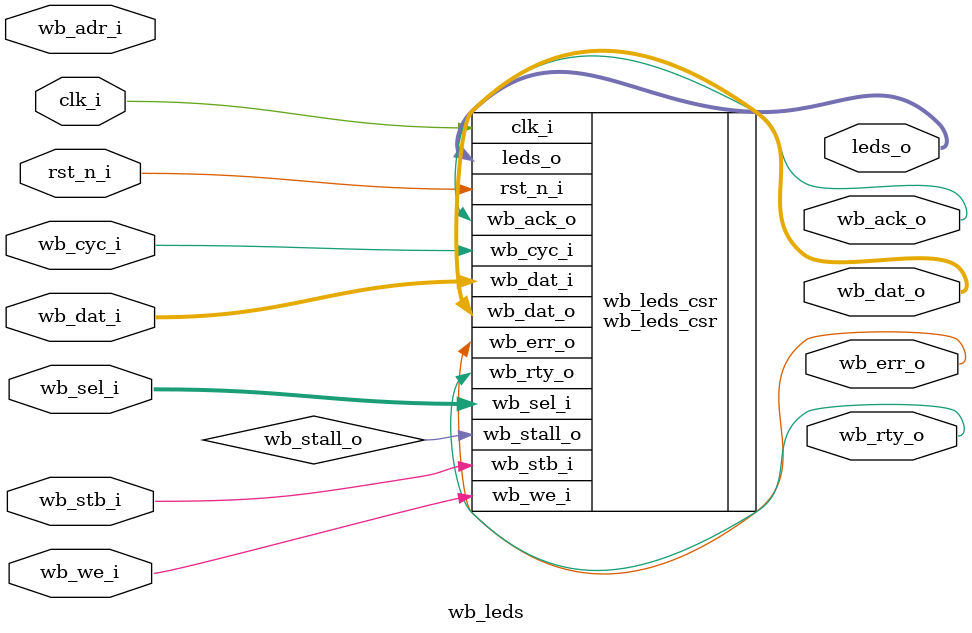
<source format=v>

module wb_leds
(
    // Clock/Resets
    input               clk_i,
    input               rst_n_i,

    // Wishbone signals
    input  [31:0]       wb_adr_i,
    input  [31:0]       wb_dat_i,
    input  [3:0]        wb_sel_i,
    input               wb_we_i,
    input               wb_cyc_i,
    input               wb_stb_i,
    output [31:0]       wb_dat_o,
    output              wb_ack_o,
    output              wb_err_o,
    output              wb_rty_o,

    // LEDs
    output [31:0]       leds_o
);

wb_leds_csr wb_leds_csr (
    .rst_n_i            (rst_n_i),
    .clk_i              (clk_i),
    .wb_dat_i           (wb_dat_i),
    .wb_dat_o           (wb_dat_o),
    .wb_cyc_i           (wb_cyc_i),
    .wb_sel_i           (wb_sel_i),
    .wb_stb_i           (wb_stb_i),
    .wb_we_i            (wb_we_i),
    .wb_ack_o           (wb_ack_o),
    .wb_err_o           (wb_err_o),
    .wb_rty_o           (wb_rty_o),
    .wb_stall_o         (wb_stall_o),
    .leds_o             (leds_o)
);

endmodule

</source>
